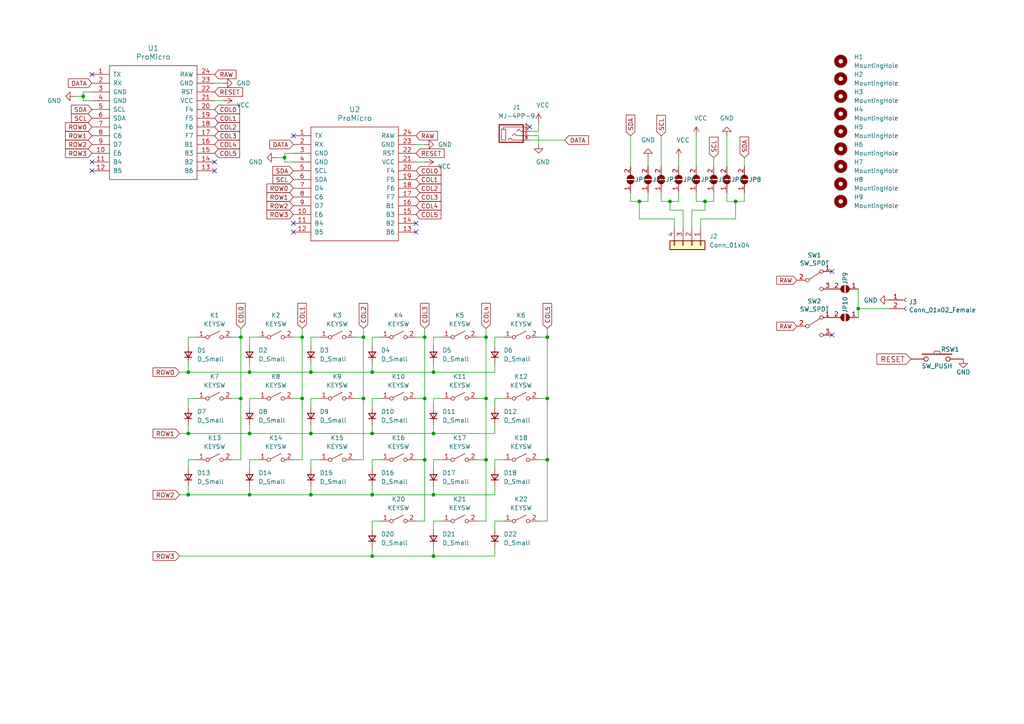
<source format=kicad_sch>
(kicad_sch (version 20250114) (generator "eeschema") (generator_version "9.0")
  (paper "A4")
  (title_block (title "Cornechon") (date "2025-12-06") (rev "0.1"))
  (lib_symbols
    (symbol "Connector:Conn_01x02_Female" (pin_names (offset 1.016) (hide yes))
      (property "Reference" "J" (at 0 2.54 0))
      (property "Value" "Conn_01x02_Female" (at 0 -5.08 0))
      (symbol "Conn_01x02_Female_1_1"
        (polyline (pts (xy -1.27 0) (xy -0.508 0)) (stroke (width 0.1524)))
        (polyline (pts (xy -1.27 -2.54) (xy -0.508 -2.54)) (stroke (width 0.1524)))
        (arc (start 0 -0.508) (mid -0.5058 0) (end 0 0.508) (stroke (width 0.1524)))
        (arc (start 0 -3.048) (mid -0.5058 -2.54) (end 0 -2.032) (stroke (width 0.1524)))
        (pin passive line (at -5.08 0 0) (length 3.81) (name "Pin_1") (number "1"))
        (pin passive line (at -5.08 -2.54 0) (length 3.81) (name "Pin_2") (number "2"))
      )
    )
    (symbol "Connector_Generic:Conn_01x04" (pin_names (offset 1.016) (hide yes))
      (property "Reference" "J" (at 0 5.08 0))
      (property "Value" "Conn_01x04" (at 0 -7.62 0))
      (symbol "Conn_01x04_1_1"
        (rectangle (start -1.27 3.81) (end 1.27 -6.35) (stroke (width 0.254)) (fill (type background)))
        (rectangle (start -1.27 2.667) (end 0 2.413) (stroke (width 0.1524)))
        (rectangle (start -1.27 0.127) (end 0 -0.127) (stroke (width 0.1524)))
        (rectangle (start -1.27 -2.413) (end 0 -2.667) (stroke (width 0.1524)))
        (rectangle (start -1.27 -4.953) (end 0 -5.207) (stroke (width 0.1524)))
        (pin passive line (at -5.08 2.54 0) (length 3.81) (name "Pin_1") (number "1"))
        (pin passive line (at -5.08 0 0) (length 3.81) (name "Pin_2") (number "2"))
        (pin passive line (at -5.08 -2.54 0) (length 3.81) (name "Pin_3") (number "3"))
        (pin passive line (at -5.08 -5.08 0) (length 3.81) (name "Pin_4") (number "4"))
      )
    )
    (symbol "Device:D_Small" (pin_numbers (hide yes)) (pin_names (offset 0.254) (hide yes))
      (property "Reference" "D" (at -1.27 2.032 0))
      (property "Value" "D_Small" (at -3.81 -2.032 0))
      (symbol "D_Small_0_1"
        (polyline (pts (xy -0.762 0) (xy 0.762 0)))
        (polyline (pts (xy -0.762 -1.016) (xy -0.762 1.016)) (stroke (width 0.254)))
        (polyline (pts (xy 0.762 -1.016) (xy -0.762 0) (xy 0.762 1.016) (xy 0.762 -1.016)) (stroke (width 0.254)))
      )
      (symbol "D_Small_1_1"
        (pin passive line (at -2.54 0 0) (length 1.778) (name "K") (number "1"))
        (pin passive line (at 2.54 0 180) (length 1.778) (name "A") (number "2"))
      )
    )
    (symbol "Jumper:SolderJumper_2_Open" (pin_names (offset 0) (hide yes))
      (property "Reference" "JP" (at 0 2.032 0))
      (property "Value" "SolderJumper_2_Open" (at 0 -2.54 0))
      (symbol "SolderJumper_2_Open_0_1"
        (polyline (pts (xy -0.254 1.016) (xy -0.254 -1.016)))
        (arc (start -0.254 -1.016) (mid -1.2655 0) (end -0.254 1.016))
        (arc (start -0.254 -1.016) (mid -1.2655 0) (end -0.254 1.016) (fill (type outline)))
        (arc (start 0.254 1.016) (mid 1.2655 0) (end 0.254 -1.016))
        (arc (start 0.254 1.016) (mid 1.2655 0) (end 0.254 -1.016) (fill (type outline)))
        (polyline (pts (xy 0.254 1.016) (xy 0.254 -1.016)))
      )
      (symbol "SolderJumper_2_Open_1_1"
        (pin passive line (at -3.81 0 0) (length 2.54) (name "A") (number "1"))
        (pin passive line (at 3.81 0 180) (length 2.54) (name "B") (number "2"))
      )
    )
    (symbol "Keyboard_Components:KEYSW" (pin_names (offset 0) (hide yes))
      (property "Reference" "K" (at 0 2.54 0))
      (property "Value" "KEYSW" (at 0 -2.54 0))
      (symbol "KEYSW_0_0"
        (circle (center -2.032 0) (radius 0.508))
        (polyline (pts (xy -1.524 0.254) (xy 1.524 1.778)))
        (circle (center 2.032 0) (radius 0.508))
      )
      (symbol "KEYSW_1_1"
        (pin passive line (at -5.08 0 0) (length 2.54) (name "A") (number "1"))
        (pin passive line (at 5.08 0 180) (length 2.54) (name "B") (number "2"))
      )
    )
    (symbol "Keyboard_Components:MJ-4PP-9" (pin_names (offset 1.016))
      (property "Reference" "J" (at 0 3.81 0))
      (property "Value" "MJ-4PP-9" (at 0 -3.81 0))
      (symbol "MJ-4PP-9_0_1"
        (polyline (pts (xy -2.54 1.27) (xy -2.54 1.905) (xy 3.175 1.905)))
        (rectangle (start -1.905 -1.905) (end -3.175 1.27))
        (polyline (pts (xy -1.27 -1.905) (xy -0.635 -1.27) (xy 0 -1.905) (xy 3.175 -1.905)))
        (polyline (pts (xy 0 -0.635) (xy 0.635 0) (xy 1.27 -0.635) (xy 3.175 -0.635)))
        (polyline (pts (xy 1.27 0.635) (xy 1.905 1.27) (xy 2.54 0.635) (xy 3.175 0.635)))
        (rectangle (start 3.175 2.54) (end -3.81 -2.54) (stroke (width 0.3048)))
      )
      (symbol "MJ-4PP-9_1_1"
        (pin input line (at 5.08 1.905 180) (length 2.0066) (name "~") (number "A"))
        (pin input line (at 5.08 0.635 180) (length 2.0066) (name "~") (number "D"))
        (pin input line (at 5.08 -0.635 180) (length 2.0066) (name "~") (number "C"))
        (pin input line (at 5.08 -1.905 180) (length 2.0066) (name "~") (number "B"))
      )
    )
    (symbol "Mechanical:MountingHole" (pin_names (offset 1.016))
      (property "Reference" "H" (at 0 5.08 0))
      (property "Value" "MountingHole" (at 0 3.175 0))
      (symbol "MountingHole_0_1"
        (circle (center 0 0) (radius 1.27) (stroke (width 1.27)))
      )
    )
    (symbol "Switch:SW_SPDT" (pin_names (offset 0) (hide yes))
      (property "Reference" "SW" (at 0 4.318 0))
      (property "Value" "SW_SPDT" (at 0 -5.08 0))
      (symbol "SW_SPDT_0_0"
        (circle (center -2.032 0) (radius 0.508))
        (circle (center 2.032 -2.54) (radius 0.508))
      )
      (symbol "SW_SPDT_0_1"
        (polyline (pts (xy -1.524 0.254) (xy 1.651 2.286)))
        (circle (center 2.032 2.54) (radius 0.508))
      )
      (symbol "SW_SPDT_1_1"
        (pin passive line (at -5.08 0 0) (length 2.54) (name "B") (number "2"))
        (pin passive line (at 5.08 2.54 180) (length 2.54) (name "A") (number "1"))
        (pin passive line (at 5.08 -2.54 180) (length 2.54) (name "C") (number "3"))
      )
    )
    (symbol "corne-cherry-rescue:SW_PUSH-kbd-corne-cherry-rescue" (pin_numbers (hide yes)) (pin_names (offset 1.016) (hide yes))
      (property "Reference" "SW" (at 3.81 2.794 0))
      (property "Value" "corne-cherry-rescue_SW_PUSH-kbd-corne-cherry-rescue" (at 0 -2.032 0))
      (symbol "SW_PUSH-kbd-corne-cherry-rescue_0_1"
        (rectangle (start -4.318 1.27) (end 4.318 1.524))
        (polyline (pts (xy -1.016 1.524) (xy -0.762 2.286) (xy 0.762 2.286) (xy 1.016 1.524)))
        (pin passive inverted (at -7.62 0 0) (length 5.08) (name "1") (number "1"))
        (pin passive inverted (at 7.62 0 180) (length 5.08) (name "2") (number "2"))
      )
    )
    (symbol "power:GND" (power) (pin_names (offset 0))
      (property "Value" "GND" (at 0 -3.81 0))
      (symbol "GND_0_1"
        (polyline (pts (xy 0 0) (xy 0 -1.27) (xy 1.27 -1.27) (xy 0 -2.54) (xy -1.27 -1.27) (xy 0 -1.27)))
      )
      (symbol "GND_1_1"
        (pin power_in line (at 0 0 270) (length 0) (hide yes) (name "GND") (number "1"))
      )
    )
    (symbol "power:VCC" (power) (pin_names (offset 0))
      (property "Value" "VCC" (at 0 3.81 0))
      (symbol "VCC_0_1"
        (polyline (pts (xy -0.762 1.27) (xy 0 2.54)))
        (polyline (pts (xy 0 2.54) (xy 0.762 1.27)))
        (polyline (pts (xy 0 0) (xy 0 2.54)))
      )
      (symbol "VCC_1_1"
        (pin power_in line (at 0 0 90) (length 0) (hide yes) (name "VCC") (number "1"))
      )
    )
    (symbol "promicro:ProMicro" (pin_names (offset 1.016))
      (property "Reference" "U" (at 0 24.13 0))
      (property "Value" "ProMicro" (at 0 -13.97 0))
      (symbol "ProMicro_0_1"
        (rectangle (start -12.7 21.59) (end 12.7 -11.43))
      )
      (symbol "ProMicro_1_1"
        (pin bidirectional line (at -17.78 19.05 0) (length 5.08) (name "TX") (number "1"))
        (pin bidirectional line (at -17.78 16.51 0) (length 5.08) (name "RX") (number "2"))
        (pin power_in line (at -17.78 13.97 0) (length 5.08) (name "GND") (number "3"))
        (pin power_in line (at -17.78 11.43 0) (length 5.08) (name "GND") (number "4"))
        (pin bidirectional line (at -17.78 8.89 0) (length 5.08) (name "SCL") (number "5"))
        (pin bidirectional line (at -17.78 6.35 0) (length 5.08) (name "SDA") (number "6"))
        (pin bidirectional line (at -17.78 3.81 0) (length 5.08) (name "D4") (number "7"))
        (pin bidirectional line (at -17.78 1.27 0) (length 5.08) (name "C6") (number "8"))
        (pin bidirectional line (at -17.78 -1.27 0) (length 5.08) (name "D7") (number "9"))
        (pin bidirectional line (at -17.78 -3.81 0) (length 5.08) (name "E6") (number "10"))
        (pin bidirectional line (at -17.78 -6.35 0) (length 5.08) (name "B4") (number "11"))
        (pin bidirectional line (at -17.78 -8.89 0) (length 5.08) (name "B5") (number "12"))
        (pin power_out line (at 17.78 19.05 180) (length 5.08) (name "RAW") (number "24"))
        (pin power_in line (at 17.78 16.51 180) (length 5.08) (name "GND") (number "23"))
        (pin input line (at 17.78 13.97 180) (length 5.08) (name "RST") (number "22"))
        (pin power_in line (at 17.78 11.43 180) (length 5.08) (name "VCC") (number "21"))
        (pin bidirectional line (at 17.78 8.89 180) (length 5.08) (name "F4") (number "20"))
        (pin bidirectional line (at 17.78 6.35 180) (length 5.08) (name "F5") (number "19"))
        (pin bidirectional line (at 17.78 3.81 180) (length 5.08) (name "F6") (number "18"))
        (pin bidirectional line (at 17.78 1.27 180) (length 5.08) (name "F7") (number "17"))
        (pin bidirectional line (at 17.78 -1.27 180) (length 5.08) (name "B1") (number "16"))
        (pin bidirectional line (at 17.78 -3.81 180) (length 5.08) (name "B3") (number "15"))
        (pin bidirectional line (at 17.78 -6.35 180) (length 5.08) (name "B2") (number "14"))
        (pin bidirectional line (at 17.78 -8.89 180) (length 5.08) (name "B6") (number "13"))
      )
    )
  )
  (junction (at 82.55 45.72) (diameter 0.9144))
  (junction (at 72.39 107.95) (diameter 0.9144))
  (junction (at 24.13 27.94) (diameter 0.9144))
  (junction (at 69.85 115.57) (diameter 0.9144))
  (junction (at 158.75 97.79) (diameter 0.9144))
  (junction (at 54.61 107.95) (diameter 0.9144))
  (junction (at 69.85 97.79) (diameter 0.9144))
  (junction (at 123.19 133.35) (diameter 0.9144))
  (junction (at 125.73 143.51) (diameter 0.9144))
  (junction (at 87.63 115.57) (diameter 0.9144))
  (junction (at 105.41 115.57) (diameter 0.9144))
  (junction (at 204.47 58.42) (diameter 0.9144))
  (junction (at 125.73 161.29) (diameter 0.9144))
  (junction (at 72.39 125.73) (diameter 0.9144))
  (junction (at 125.73 107.95) (diameter 0.9144))
  (junction (at 90.17 125.73) (diameter 0.9144))
  (junction (at 194.31 58.42) (diameter 0.9144))
  (junction (at 107.95 143.51) (diameter 0.9144))
  (junction (at 107.95 125.73) (diameter 0.9144))
  (junction (at 123.19 115.57) (diameter 0.9144))
  (junction (at 107.95 161.29) (diameter 0.9144))
  (junction (at 158.75 115.57) (diameter 0.9144))
  (junction (at 248.92 89.535))
  (junction (at 123.19 97.79) (diameter 0.9144))
  (junction (at 140.97 133.35) (diameter 0.9144))
  (junction (at 90.17 107.95) (diameter 0.9144))
  (junction (at 140.97 115.57) (diameter 0.9144))
  (junction (at 105.41 97.79) (diameter 0.9144))
  (junction (at 87.63 97.79) (diameter 0.9144))
  (junction (at 90.17 143.51) (diameter 0.9144))
  (junction (at 213.36 58.42) (diameter 0.9144))
  (junction (at 140.97 97.79) (diameter 0.9144))
  (junction (at 185.42 58.42) (diameter 0.9144))
  (junction (at 125.73 125.73) (diameter 0.9144))
  (junction (at 54.61 143.51) (diameter 0.9144))
  (junction (at 54.61 125.73) (diameter 0.9144))
  (junction (at 158.75 133.35) (diameter 0.9144))
  (junction (at 72.39 143.51) (diameter 0.9144))
  (junction (at 107.95 107.95) (diameter 0.9144))
  (no_connect (at 85.09 39.37))
  (no_connect (at 85.09 64.77))
  (no_connect (at 85.09 67.31))
  (no_connect (at 120.65 64.77))
  (no_connect (at 120.65 67.31))
  (no_connect (at 241.3 78.74))
  (no_connect (at 153.67 36.83))
  (no_connect (at 241.3 97.155))
  (no_connect (at 26.67 46.99))
  (no_connect (at 26.67 49.53))
  (no_connect (at 62.23 46.99))
  (no_connect (at 62.23 49.53))
  (no_connect (at 26.67 21.59))
  (wire (pts (xy 143.51 133.35) (xy 143.51 135.89)))
  (wire (pts (xy 72.39 143.51) (xy 90.17 143.51)))
  (wire (pts (xy 158.75 115.57) (xy 158.75 133.35)))
  (wire (pts (xy 187.96 55.88) (xy 187.96 58.42)))
  (wire (pts (xy 125.73 133.35) (xy 125.73 135.89)))
  (wire (pts (xy 143.51 123.19) (xy 143.51 125.73)))
  (wire (pts (xy 74.93 97.79) (xy 72.39 97.79)))
  (wire (pts (xy 24.13 27.94) (xy 24.13 29.21)))
  (wire (pts (xy 26.67 26.67) (xy 24.13 26.67)))
  (wire (pts (xy 54.61 107.95) (xy 72.39 107.95)))
  (wire (pts (xy 102.87 115.57) (xy 105.41 115.57)))
  (wire (pts (xy 196.85 55.88) (xy 196.85 58.42)))
  (wire (pts (xy 82.55 45.72) (xy 82.55 46.99)))
  (wire (pts (xy 128.27 133.35) (xy 125.73 133.35)))
  (wire (pts (xy 210.82 39.37) (xy 210.82 48.26)))
  (wire (pts (xy 143.51 105.41) (xy 143.51 107.95)))
  (wire (pts (xy 72.39 105.41) (xy 72.39 107.95)))
  (wire (pts (xy 143.51 143.51) (xy 143.51 140.97)))
  (wire (pts (xy 87.63 97.79) (xy 87.63 115.57)))
  (wire (pts (xy 110.49 151.13) (xy 107.95 151.13)))
  (wire (pts (xy 158.75 133.35) (xy 158.75 151.13)))
  (wire (pts (xy 54.61 143.51) (xy 72.39 143.51)))
  (wire (pts (xy 125.73 123.19) (xy 125.73 125.73)))
  (wire (pts (xy 54.61 123.19) (xy 54.61 125.73)))
  (wire (pts (xy 54.61 125.73) (xy 72.39 125.73)))
  (wire (pts (xy 185.42 58.42) (xy 187.96 58.42)))
  (wire (pts (xy 201.93 58.42) (xy 204.47 58.42)))
  (wire (pts (xy 125.73 140.97) (xy 125.73 143.51)))
  (wire (pts (xy 125.73 105.41) (xy 125.73 107.95)))
  (wire (pts (xy 87.63 95.25) (xy 87.63 97.79)))
  (wire (pts (xy 52.07 107.95) (xy 54.61 107.95)))
  (wire (pts (xy 123.19 95.25) (xy 123.19 97.79)))
  (wire (pts (xy 143.51 115.57) (xy 143.51 118.11)))
  (wire (pts (xy 102.87 133.35) (xy 105.41 133.35)))
  (wire (pts (xy 158.75 97.79) (xy 158.75 115.57)))
  (wire (pts (xy 140.97 97.79) (xy 140.97 115.57)))
  (wire (pts (xy 24.13 29.21) (xy 26.67 29.21)))
  (wire (pts (xy 120.65 115.57) (xy 123.19 115.57)))
  (wire (pts (xy 90.17 105.41) (xy 90.17 107.95)))
  (wire (pts (xy 182.88 55.88) (xy 182.88 58.42)))
  (wire (pts (xy 128.27 115.57) (xy 125.73 115.57)))
  (wire (pts (xy 153.67 40.64) (xy 163.83 40.64)))
  (wire (pts (xy 138.43 97.79) (xy 140.97 97.79)))
  (wire (pts (xy 107.95 105.41) (xy 107.95 107.95)))
  (wire (pts (xy 158.75 95.25) (xy 158.75 97.79)))
  (wire (pts (xy 191.77 55.88) (xy 191.77 58.42)))
  (wire (pts (xy 107.95 123.19) (xy 107.95 125.73)))
  (wire (pts (xy 153.67 38.1) (xy 156.21 38.1)))
  (wire (pts (xy 194.31 58.42) (xy 194.31 60.96)))
  (wire (pts (xy 123.19 133.35) (xy 123.19 151.13)))
  (wire (pts (xy 110.49 133.35) (xy 107.95 133.35)))
  (wire (pts (xy 140.97 133.35) (xy 140.97 151.13)))
  (wire (pts (xy 72.39 115.57) (xy 72.39 118.11)))
  (wire (pts (xy 156.21 151.13) (xy 158.75 151.13)))
  (wire (pts (xy 85.09 133.35) (xy 87.63 133.35)))
  (wire (pts (xy 120.65 133.35) (xy 123.19 133.35)))
  (wire (pts (xy 107.95 158.75) (xy 107.95 161.29)))
  (wire (pts (xy 72.39 123.19) (xy 72.39 125.73)))
  (wire (pts (xy 54.61 115.57) (xy 54.61 118.11)))
  (wire (pts (xy 191.77 58.42) (xy 194.31 58.42)))
  (wire (pts (xy 92.71 133.35) (xy 90.17 133.35)))
  (wire (pts (xy 107.95 161.29) (xy 125.73 161.29)))
  (wire (pts (xy 182.88 39.37) (xy 182.88 48.26)))
  (wire (pts (xy 194.31 60.96) (xy 198.12 60.96)))
  (wire (pts (xy 62.23 29.21) (xy 64.77 29.21)))
  (wire (pts (xy 54.61 105.41) (xy 54.61 107.95)))
  (wire (pts (xy 82.55 44.45) (xy 82.55 45.72)))
  (wire (pts (xy 143.51 158.75) (xy 143.51 161.29)))
  (wire (pts (xy 102.87 97.79) (xy 105.41 97.79)))
  (wire (pts (xy 257.81 89.535) (xy 248.92 89.535)))
  (wire (pts (xy 210.82 55.88) (xy 210.82 58.42)))
  (wire (pts (xy 120.65 151.13) (xy 123.19 151.13)))
  (wire (pts (xy 54.61 140.97) (xy 54.61 143.51)))
  (wire (pts (xy 185.42 63.5) (xy 195.58 63.5)))
  (wire (pts (xy 213.36 58.42) (xy 215.9 58.42)))
  (wire (pts (xy 120.65 97.79) (xy 123.19 97.79)))
  (wire (pts (xy 203.2 63.5) (xy 213.36 63.5)))
  (wire (pts (xy 69.85 97.79) (xy 69.85 115.57)))
  (wire (pts (xy 107.95 125.73) (xy 125.73 125.73)))
  (wire (pts (xy 146.05 115.57) (xy 143.51 115.57)))
  (wire (pts (xy 107.95 107.95) (xy 125.73 107.95)))
  (wire (pts (xy 67.31 133.35) (xy 69.85 133.35)))
  (wire (pts (xy 52.07 125.73) (xy 54.61 125.73)))
  (wire (pts (xy 156.21 39.37) (xy 156.21 41.91)))
  (wire (pts (xy 107.95 115.57) (xy 107.95 118.11)))
  (wire (pts (xy 203.2 66.04) (xy 203.2 63.5)))
  (wire (pts (xy 153.67 39.37) (xy 156.21 39.37)))
  (wire (pts (xy 182.88 58.42) (xy 185.42 58.42)))
  (wire (pts (xy 110.49 115.57) (xy 107.95 115.57)))
  (wire (pts (xy 138.43 133.35) (xy 140.97 133.35)))
  (wire (pts (xy 213.36 63.5) (xy 213.36 58.42)))
  (wire (pts (xy 67.31 97.79) (xy 69.85 97.79)))
  (wire (pts (xy 125.73 125.73) (xy 143.51 125.73)))
  (wire (pts (xy 138.43 151.13) (xy 140.97 151.13)))
  (wire (pts (xy 105.41 95.25) (xy 105.41 97.79)))
  (wire (pts (xy 125.73 115.57) (xy 125.73 118.11)))
  (wire (pts (xy 85.09 115.57) (xy 87.63 115.57)))
  (wire (pts (xy 90.17 133.35) (xy 90.17 135.89)))
  (wire (pts (xy 156.21 97.79) (xy 158.75 97.79)))
  (wire (pts (xy 21.59 27.94) (xy 24.13 27.94)))
  (wire (pts (xy 146.05 151.13) (xy 143.51 151.13)))
  (wire (pts (xy 125.73 158.75) (xy 125.73 161.29)))
  (wire (pts (xy 248.92 89.535) (xy 248.92 92.075)))
  (wire (pts (xy 52.07 161.29) (xy 107.95 161.29)))
  (wire (pts (xy 125.73 161.29) (xy 143.51 161.29)))
  (wire (pts (xy 215.9 55.88) (xy 215.9 58.42)))
  (wire (pts (xy 120.65 46.99) (xy 123.19 46.99)))
  (wire (pts (xy 90.17 140.97) (xy 90.17 143.51)))
  (wire (pts (xy 72.39 97.79) (xy 72.39 100.33)))
  (wire (pts (xy 110.49 97.79) (xy 107.95 97.79)))
  (wire (pts (xy 57.15 133.35) (xy 54.61 133.35)))
  (wire (pts (xy 90.17 115.57) (xy 90.17 118.11)))
  (wire (pts (xy 62.23 24.13) (xy 64.77 24.13)))
  (wire (pts (xy 125.73 143.51) (xy 143.51 143.51)))
  (wire (pts (xy 90.17 107.95) (xy 107.95 107.95)))
  (wire (pts (xy 143.51 97.79) (xy 143.51 100.33)))
  (wire (pts (xy 72.39 107.95) (xy 90.17 107.95)))
  (wire (pts (xy 207.01 55.88) (xy 207.01 58.42)))
  (wire (pts (xy 156.21 133.35) (xy 158.75 133.35)))
  (wire (pts (xy 72.39 133.35) (xy 72.39 135.89)))
  (wire (pts (xy 140.97 115.57) (xy 140.97 133.35)))
  (wire (pts (xy 67.31 115.57) (xy 69.85 115.57)))
  (wire (pts (xy 85.09 44.45) (xy 82.55 44.45)))
  (wire (pts (xy 191.77 39.37) (xy 191.77 48.26)))
  (wire (pts (xy 194.31 58.42) (xy 196.85 58.42)))
  (wire (pts (xy 187.96 45.72) (xy 187.96 48.26)))
  (wire (pts (xy 85.09 97.79) (xy 87.63 97.79)))
  (wire (pts (xy 128.27 151.13) (xy 125.73 151.13)))
  (wire (pts (xy 107.95 140.97) (xy 107.95 143.51)))
  (wire (pts (xy 54.61 97.79) (xy 54.61 100.33)))
  (wire (pts (xy 156.21 115.57) (xy 158.75 115.57)))
  (wire (pts (xy 80.01 45.72) (xy 82.55 45.72)))
  (wire (pts (xy 204.47 58.42) (xy 207.01 58.42)))
  (wire (pts (xy 200.66 66.04) (xy 200.66 60.96)))
  (wire (pts (xy 123.19 97.79) (xy 123.19 115.57)))
  (wire (pts (xy 92.71 115.57) (xy 90.17 115.57)))
  (wire (pts (xy 52.07 143.51) (xy 54.61 143.51)))
  (wire (pts (xy 146.05 133.35) (xy 143.51 133.35)))
  (wire (pts (xy 207.01 45.72) (xy 207.01 48.26)))
  (wire (pts (xy 120.65 41.91) (xy 123.19 41.91)))
  (wire (pts (xy 140.97 95.25) (xy 140.97 97.79)))
  (wire (pts (xy 90.17 125.73) (xy 107.95 125.73)))
  (wire (pts (xy 210.82 58.42) (xy 213.36 58.42)))
  (wire (pts (xy 125.73 151.13) (xy 125.73 153.67)))
  (wire (pts (xy 123.19 115.57) (xy 123.19 133.35)))
  (wire (pts (xy 72.39 125.73) (xy 90.17 125.73)))
  (wire (pts (xy 195.58 66.04) (xy 195.58 63.5)))
  (wire (pts (xy 57.15 115.57) (xy 54.61 115.57)))
  (wire (pts (xy 200.66 60.96) (xy 204.47 60.96)))
  (wire (pts (xy 156.21 35.56) (xy 156.21 38.1)))
  (wire (pts (xy 72.39 140.97) (xy 72.39 143.51)))
  (wire (pts (xy 107.95 151.13) (xy 107.95 153.67)))
  (wire (pts (xy 82.55 46.99) (xy 85.09 46.99)))
  (wire (pts (xy 57.15 97.79) (xy 54.61 97.79)))
  (wire (pts (xy 185.42 58.42) (xy 185.42 63.5)))
  (wire (pts (xy 198.12 66.04) (xy 198.12 60.96)))
  (wire (pts (xy 138.43 115.57) (xy 140.97 115.57)))
  (wire (pts (xy 69.85 95.25) (xy 69.85 97.79)))
  (wire (pts (xy 24.13 26.67) (xy 24.13 27.94)))
  (wire (pts (xy 196.85 45.72) (xy 196.85 48.26)))
  (wire (pts (xy 201.93 39.37) (xy 201.93 48.26)))
  (wire (pts (xy 74.93 115.57) (xy 72.39 115.57)))
  (wire (pts (xy 125.73 97.79) (xy 125.73 100.33)))
  (wire (pts (xy 146.05 97.79) (xy 143.51 97.79)))
  (wire (pts (xy 107.95 97.79) (xy 107.95 100.33)))
  (wire (pts (xy 92.71 97.79) (xy 90.17 97.79)))
  (wire (pts (xy 201.93 55.88) (xy 201.93 58.42)))
  (wire (pts (xy 248.92 83.82) (xy 248.92 89.535)))
  (wire (pts (xy 90.17 97.79) (xy 90.17 100.33)))
  (wire (pts (xy 107.95 133.35) (xy 107.95 135.89)))
  (wire (pts (xy 105.41 115.57) (xy 105.41 133.35)))
  (wire (pts (xy 87.63 115.57) (xy 87.63 133.35)))
  (wire (pts (xy 215.9 45.72) (xy 215.9 48.26)))
  (wire (pts (xy 107.95 143.51) (xy 125.73 143.51)))
  (wire (pts (xy 69.85 115.57) (xy 69.85 133.35)))
  (wire (pts (xy 54.61 133.35) (xy 54.61 135.89)))
  (wire (pts (xy 204.47 60.96) (xy 204.47 58.42)))
  (wire (pts (xy 143.51 151.13) (xy 143.51 153.67)))
  (wire (pts (xy 128.27 97.79) (xy 125.73 97.79)))
  (wire (pts (xy 90.17 143.51) (xy 107.95 143.51)))
  (wire (pts (xy 105.41 97.79) (xy 105.41 115.57)))
  (wire (pts (xy 74.93 133.35) (xy 72.39 133.35)))
  (wire (pts (xy 90.17 123.19) (xy 90.17 125.73)))
  (wire (pts (xy 125.73 107.95) (xy 143.51 107.95)))
  (global_label "SCL" (shape input) (at 191.77 39.37 90) (property "Intersheetrefs" "${INTERSHEET_REFS}" (effects (hide yes))))
  (global_label "SCL" (shape input) (at 26.67 34.29 180) (property "Intersheetrefs" "${INTERSHEET_REFS}" (effects (hide yes))))
  (global_label "COL5" (shape input) (at 120.65 62.23 0) (property "Intersheetrefs" "${INTERSHEET_REFS}" (effects (hide yes))))
  (global_label "ROW2" (shape input) (at 52.07 143.51 180) (property "Intersheetrefs" "${INTERSHEET_REFS}" (effects (hide yes))))
  (global_label "ROW3" (shape input) (at 26.67 44.45 180) (property "Intersheetrefs" "${INTERSHEET_REFS}" (effects (hide yes))))
  (global_label "COL1" (shape input) (at 87.63 95.25 90) (property "Intersheetrefs" "${INTERSHEET_REFS}" (effects (hide yes))))
  (global_label "ROW1" (shape input) (at 52.07 125.73 180) (property "Intersheetrefs" "${INTERSHEET_REFS}" (effects (hide yes))))
  (global_label "SDA" (shape input) (at 182.88 39.37 90) (property "Intersheetrefs" "${INTERSHEET_REFS}" (effects (hide yes))))
  (global_label "ROW3" (shape input) (at 85.09 62.23 180) (property "Intersheetrefs" "${INTERSHEET_REFS}" (effects (hide yes))))
  (global_label "DATA" (shape input) (at 85.09 41.91 180) (property "Intersheetrefs" "${INTERSHEET_REFS}" (effects (hide yes))))
  (global_label "RESET" (shape input) (at 264.16 104.14 180) (effects (font (size 1.524 1.524))) (property "Intersheetrefs" "${INTERSHEET_REFS}" (effects (hide yes))))
  (global_label "RAW" (shape input) (at 231.14 94.615 180) (effects (font (size 1.1938 1.1938))) (property "Intersheetrefs" "${INTERSHEET_REFS}" (effects (hide yes))))
  (global_label "RESET" (shape input) (at 62.23 26.67 0) (property "Intersheetrefs" "${INTERSHEET_REFS}" (effects (hide yes))))
  (global_label "COL5" (shape input) (at 158.75 95.25 90) (property "Intersheetrefs" "${INTERSHEET_REFS}" (effects (hide yes))))
  (global_label "COL1" (shape input) (at 62.23 34.29 0) (property "Intersheetrefs" "${INTERSHEET_REFS}" (effects (hide yes))))
  (global_label "COL5" (shape input) (at 62.23 44.45 0) (property "Intersheetrefs" "${INTERSHEET_REFS}" (effects (hide yes))))
  (global_label "SDA" (shape input) (at 215.9 45.72 90) (property "Intersheetrefs" "${INTERSHEET_REFS}" (effects (hide yes))))
  (global_label "ROW3" (shape input) (at 52.07 161.29 180) (property "Intersheetrefs" "${INTERSHEET_REFS}" (effects (hide yes))))
  (global_label "ROW1" (shape input) (at 85.09 57.15 180) (property "Intersheetrefs" "${INTERSHEET_REFS}" (effects (hide yes))))
  (global_label "DATA" (shape input) (at 163.83 40.64 0) (property "Intersheetrefs" "${INTERSHEET_REFS}" (effects (hide yes))))
  (global_label "RESET" (shape input) (at 120.65 44.45 0) (property "Intersheetrefs" "${INTERSHEET_REFS}" (effects (hide yes))))
  (global_label "ROW2" (shape input) (at 85.09 59.69 180) (property "Intersheetrefs" "${INTERSHEET_REFS}" (effects (hide yes))))
  (global_label "ROW1" (shape input) (at 26.67 39.37 180) (property "Intersheetrefs" "${INTERSHEET_REFS}" (effects (hide yes))))
  (global_label "ROW0" (shape input) (at 85.09 54.61 180) (property "Intersheetrefs" "${INTERSHEET_REFS}" (effects (hide yes))))
  (global_label "COL2" (shape input) (at 105.41 95.25 90) (property "Intersheetrefs" "${INTERSHEET_REFS}" (effects (hide yes))))
  (global_label "ROW0" (shape input) (at 52.07 107.95 180) (property "Intersheetrefs" "${INTERSHEET_REFS}" (effects (hide yes))))
  (global_label "DATA" (shape input) (at 26.67 24.13 180) (property "Intersheetrefs" "${INTERSHEET_REFS}" (effects (hide yes))))
  (global_label "SDA" (shape input) (at 26.67 31.75 180) (property "Intersheetrefs" "${INTERSHEET_REFS}" (effects (hide yes))))
  (global_label "COL3" (shape input) (at 123.19 95.25 90) (property "Intersheetrefs" "${INTERSHEET_REFS}" (effects (hide yes))))
  (global_label "SCL" (shape input) (at 85.09 52.07 180) (property "Intersheetrefs" "${INTERSHEET_REFS}" (effects (hide yes))))
  (global_label "COL3" (shape input) (at 120.65 57.15 0) (property "Intersheetrefs" "${INTERSHEET_REFS}" (effects (hide yes))))
  (global_label "RAW" (shape input) (at 120.65 39.37 0) (property "Intersheetrefs" "${INTERSHEET_REFS}" (effects (hide yes))))
  (global_label "ROW2" (shape input) (at 26.67 41.91 180) (property "Intersheetrefs" "${INTERSHEET_REFS}" (effects (hide yes))))
  (global_label "SCL" (shape input) (at 207.01 45.72 90) (property "Intersheetrefs" "${INTERSHEET_REFS}" (effects (hide yes))))
  (global_label "RAW" (shape input) (at 62.23 21.59 0) (property "Intersheetrefs" "${INTERSHEET_REFS}" (effects (hide yes))))
  (global_label "RAW" (shape input) (at 231.14 81.28 180) (effects (font (size 1.1938 1.1938))) (property "Intersheetrefs" "${INTERSHEET_REFS}" (effects (hide yes))))
  (global_label "COL4" (shape input) (at 140.97 95.25 90) (property "Intersheetrefs" "${INTERSHEET_REFS}" (effects (hide yes))))
  (global_label "COL2" (shape input) (at 120.65 54.61 0) (property "Intersheetrefs" "${INTERSHEET_REFS}" (effects (hide yes))))
  (global_label "COL3" (shape input) (at 62.23 39.37 0) (property "Intersheetrefs" "${INTERSHEET_REFS}" (effects (hide yes))))
  (global_label "COL2" (shape input) (at 62.23 36.83 0) (property "Intersheetrefs" "${INTERSHEET_REFS}" (effects (hide yes))))
  (global_label "COL1" (shape input) (at 120.65 52.07 0) (property "Intersheetrefs" "${INTERSHEET_REFS}" (effects (hide yes))))
  (global_label "COL0" (shape input) (at 120.65 49.53 0) (property "Intersheetrefs" "${INTERSHEET_REFS}" (effects (hide yes))))
  (global_label "SDA" (shape input) (at 85.09 49.53 180) (property "Intersheetrefs" "${INTERSHEET_REFS}" (effects (hide yes))))
  (global_label "COL0" (shape input) (at 62.23 31.75 0) (property "Intersheetrefs" "${INTERSHEET_REFS}" (effects (hide yes))))
  (global_label "COL4" (shape input) (at 120.65 59.69 0) (property "Intersheetrefs" "${INTERSHEET_REFS}" (effects (hide yes))))
  (global_label "ROW0" (shape input) (at 26.67 36.83 180) (property "Intersheetrefs" "${INTERSHEET_REFS}" (effects (hide yes))))
  (global_label "COL0" (shape input) (at 69.85 95.25 90) (property "Intersheetrefs" "${INTERSHEET_REFS}" (effects (hide yes))))
  (global_label "COL4" (shape input) (at 62.23 41.91 0) (property "Intersheetrefs" "${INTERSHEET_REFS}" (effects (hide yes))))
  (symbol (lib_id "Switch:SW_SPDT") (at 236.22 94.615 0) (unit 1)
    (property "Reference" "SW2" (at 236.22 87.376 0))
    (property "Value" "SW_SPDT" (at 236.22 89.6874 0))
    (property "Footprint" "Buttons_Switches:SW_SPDT+H-MSK12C01_hor(7pin_SMD)" (effects (hide yes)))
  )
  (symbol (lib_id "power:VCC") (at 196.85 45.72 0) (unit 1)
    (property "Reference" "#PWR0105" (effects (hide yes)))
    (property "Value" "VCC" (at 198.12 40.64 0))
  )
  (symbol (lib_id "Jumper:SolderJumper_2_Open") (at 182.88 52.07 90) (unit 1)
    (property "Reference" "JP1" (at 184.15 52.07 90) (effects (justify right)))
    (property "Value" "SolderJumper_2_Open" (effects (hide yes)))
    (property "Footprint" "kbd:SolderJumper-2_P1.3mm_Open_RoundedPad1.0x1.5mm" (effects (hide yes)))
  )
  (symbol (lib_id "Keyboard_Components:KEYSW") (at 115.57 97.79 0) (unit 1)
    (property "Reference" "K4" (at 115.57 91.44 0))
    (property "Value" "KEYSW" (at 115.57 93.98 0))
    (property "Footprint" "kbd:MX-Alps-HS-1U-REV" (effects (hide yes)))
  )
  (symbol (lib_id "Device:D_Small") (at 72.39 120.65 90) (unit 1)
    (property "Reference" "D8" (at 74.93 119.38 90) (effects (justify right)))
    (property "Value" "D_Small" (at 74.93 121.92 90) (effects (justify right)))
    (property "Footprint" "kbd:D3_SMD" (effects (hide yes)))
  )
  (symbol (lib_id "power:VCC") (at 64.77 29.21 270) (unit 1)
    (property "Reference" "#PWR0107" (effects (hide yes)))
    (property "Value" "VCC" (at 68.58 30.48 90) (effects (justify left)))
  )
  (symbol (lib_id "promicro:ProMicro") (at 44.45 40.64 0) (unit 1)
    (property "Reference" "U1" (at 44.45 13.97 0) (effects (font (size 1.524 1.524))))
    (property "Value" "ProMicro" (at 44.45 16.51 0) (effects (font (size 1.524 1.524))))
    (property "Footprint" "kbd:ProMicro_Flipped_v2_A" (effects (hide yes)))
  )
  (symbol (lib_id "Keyboard_Components:KEYSW") (at 80.01 115.57 0) (unit 1)
    (property "Reference" "K8" (at 80.01 109.22 0))
    (property "Value" "KEYSW" (at 80.01 111.76 0))
    (property "Footprint" "kbd:MX-Alps-HS-1U-REV" (effects (hide yes)))
  )
  (symbol (lib_id "Mechanical:MountingHole") (at 243.84 43.18 0) (unit 1)
    (property "Reference" "H6" (at 247.65 41.91 0) (effects (justify left)))
    (property "Value" "MountingHole" (at 247.65 44.45 0) (effects (justify left)))
    (property "Footprint" "kbd:M2-MountingHole-Standoff" (effects (hide yes)))
  )
  (symbol (lib_id "Device:D_Small") (at 125.73 120.65 90) (unit 1)
    (property "Reference" "D11" (at 128.27 119.38 90) (effects (justify right)))
    (property "Value" "D_Small" (at 128.27 121.92 90) (effects (justify right)))
    (property "Footprint" "kbd:D3_SMD" (effects (hide yes)))
  )
  (symbol (lib_id "power:GND") (at 187.96 45.72 180) (unit 1)
    (property "Reference" "#PWR0108" (effects (hide yes)))
    (property "Value" "GND" (at 187.96 40.64 0))
  )
  (symbol (lib_id "Connector_Generic:Conn_01x04") (at 200.66 71.12 270) (unit 1)
    (property "Reference" "J2" (at 205.74 68.58 90) (effects (justify left)))
    (property "Value" "Conn_01x04" (at 205.74 71.12 90) (effects (justify left)))
    (property "Footprint" "kbd:OLED_v2" (effects (hide yes)))
  )
  (symbol (lib_id "power:GND") (at 21.59 27.94 270) (unit 1)
    (property "Reference" "#PWR0102" (effects (hide yes)))
    (property "Value" "GND" (at 17.78 29.21 90) (effects (justify right)))
  )
  (symbol (lib_id "Keyboard_Components:KEYSW") (at 151.13 115.57 0) (unit 1)
    (property "Reference" "K12" (at 151.13 109.22 0))
    (property "Value" "KEYSW" (at 151.13 111.76 0))
    (property "Footprint" "kbd:MX-Alps-HS-1U-REV" (effects (hide yes)))
  )
  (symbol (lib_id "power:GND") (at 257.81 86.995 270) (unit 1)
    (property "Reference" "#PWR01" (effects (hide yes)))
    (property "Value" "GND" (at 254.5588 87.122 90) (effects (justify right)))
  )
  (symbol (lib_id "Mechanical:MountingHole") (at 243.84 27.94 0) (unit 1)
    (property "Reference" "H3" (at 247.65 26.67 0) (effects (justify left)))
    (property "Value" "MountingHole" (at 247.65 29.21 0) (effects (justify left)))
    (property "Footprint" "kbd:M2-MountingHole-Standoff" (effects (hide yes)))
  )
  (symbol (lib_id "Jumper:SolderJumper_2_Open") (at 210.82 52.07 90) (unit 1)
    (property "Reference" "JP4" (at 212.09 52.07 90) (effects (justify right)))
    (property "Value" "SolderJumper_2_Open" (effects (hide yes)))
    (property "Footprint" "kbd:SolderJumper-2_P1.3mm_Open_RoundedPad1.0x1.5mm" (effects (hide yes)))
  )
  (symbol (lib_id "Mechanical:MountingHole") (at 243.84 17.78 0) (unit 1)
    (property "Reference" "H1" (at 247.65 16.51 0) (effects (justify left)))
    (property "Value" "MountingHole" (at 247.65 19.05 0) (effects (justify left)))
    (property "Footprint" "kbd:M2-MountingHole-Standoff" (effects (hide yes)))
  )
  (symbol (lib_id "Device:D_Small") (at 72.39 102.87 90) (unit 1)
    (property "Reference" "D2" (at 74.93 101.6 90) (effects (justify right)))
    (property "Value" "D_Small" (at 74.93 104.14 90) (effects (justify right)))
    (property "Footprint" "kbd:D3_SMD" (effects (hide yes)))
  )
  (symbol (lib_id "Jumper:SolderJumper_2_Open") (at 245.11 83.82 180) (unit 1)
    (property "Reference" "JP9" (at 245.11 82.55 90) (effects (justify right)))
    (property "Value" "SolderJumper_2_Open" (effects (hide yes)))
    (property "Footprint" "kbd:SolderJumper-2_P1.3mm_Open_RoundedPad1.0x1.5mm" (effects (hide yes)))
  )
  (symbol (lib_id "Jumper:SolderJumper_2_Open") (at 201.93 52.07 90) (unit 1)
    (property "Reference" "JP3" (at 203.2 52.07 90) (effects (justify right)))
    (property "Value" "SolderJumper_2_Open" (effects (hide yes)))
    (property "Footprint" "kbd:SolderJumper-2_P1.3mm_Open_RoundedPad1.0x1.5mm" (effects (hide yes)))
  )
  (symbol (lib_id "power:VCC") (at 123.19 46.99 270) (unit 1)
    (property "Reference" "#PWR0116" (effects (hide yes)))
    (property "Value" "VCC" (at 127 48.26 90) (effects (justify left)))
  )
  (symbol (lib_id "Device:D_Small") (at 90.17 138.43 90) (unit 1)
    (property "Reference" "D15" (at 92.71 137.16 90) (effects (justify right)))
    (property "Value" "D_Small" (at 92.71 139.7 90) (effects (justify right)))
    (property "Footprint" "kbd:D3_SMD" (effects (hide yes)))
  )
  (symbol (lib_id "promicro:ProMicro") (at 102.87 58.42 0) (unit 1)
    (property "Reference" "U2" (at 102.87 31.75 0) (effects (font (size 1.524 1.524))))
    (property "Value" "ProMicro" (at 102.87 34.29 0) (effects (font (size 1.524 1.524))))
    (property "Footprint" "kbd:ProMicro_Flipped_v2_B" (effects (hide yes)))
  )
  (symbol (lib_id "Device:D_Small") (at 143.51 120.65 90) (unit 1)
    (property "Reference" "D12" (at 146.05 119.38 90) (effects (justify right)))
    (property "Value" "D_Small" (at 146.05 121.92 90) (effects (justify right)))
    (property "Footprint" "kbd:D3_SMD" (effects (hide yes)))
  )
  (symbol (lib_id "Jumper:SolderJumper_2_Open") (at 187.96 52.07 90) (unit 1)
    (property "Reference" "JP5" (at 189.23 52.07 90) (effects (justify right)))
    (property "Value" "SolderJumper_2_Open" (effects (hide yes)))
    (property "Footprint" "kbd:SolderJumper-2_P1.3mm_Open_RoundedPad1.0x1.5mm" (effects (hide yes)))
  )
  (symbol (lib_id "Jumper:SolderJumper_2_Open") (at 191.77 52.07 90) (unit 1)
    (property "Reference" "JP2" (at 193.04 52.07 90) (effects (justify right)))
    (property "Value" "SolderJumper_2_Open" (effects (hide yes)))
    (property "Footprint" "kbd:SolderJumper-2_P1.3mm_Open_RoundedPad1.0x1.5mm" (effects (hide yes)))
  )
  (symbol (lib_id "Keyboard_Components:KEYSW") (at 115.57 151.13 0) (unit 1)
    (property "Reference" "K20" (at 115.57 144.78 0))
    (property "Value" "KEYSW" (at 115.57 147.32 0))
    (property "Footprint" "kbd:MX-Alps-HS-1U-REV" (effects (hide yes)))
  )
  (symbol (lib_id "Mechanical:MountingHole") (at 243.84 22.86 0) (unit 1)
    (property "Reference" "H2" (at 247.65 21.59 0) (effects (justify left)))
    (property "Value" "MountingHole" (at 247.65 24.13 0) (effects (justify left)))
    (property "Footprint" "kbd:M2-MountingHole-Standoff" (effects (hide yes)))
  )
  (symbol (lib_id "Mechanical:MountingHole") (at 243.84 48.26 0) (unit 1)
    (property "Reference" "H7" (at 247.65 46.99 0) (effects (justify left)))
    (property "Value" "MountingHole" (at 247.65 49.53 0) (effects (justify left)))
    (property "Footprint" "kbd:M2-MountingHole-Standoff" (effects (hide yes)))
  )
  (symbol (lib_id "Jumper:SolderJumper_2_Open") (at 207.01 52.07 90) (unit 1)
    (property "Reference" "JP7" (at 208.28 52.07 90) (effects (justify right)))
    (property "Value" "SolderJumper_2_Open" (effects (hide yes)))
    (property "Footprint" "kbd:SolderJumper-2_P1.3mm_Open_RoundedPad1.0x1.5mm" (effects (hide yes)))
  )
  (symbol (lib_id "Device:D_Small") (at 125.73 138.43 90) (unit 1)
    (property "Reference" "D17" (at 128.27 137.16 90) (effects (justify right)))
    (property "Value" "D_Small" (at 128.27 139.7 90) (effects (justify right)))
    (property "Footprint" "kbd:D3_SMD" (effects (hide yes)))
  )
  (symbol (lib_id "Mechanical:MountingHole") (at 243.84 53.34 0) (unit 1)
    (property "Reference" "H8" (at 247.65 52.07 0) (effects (justify left)))
    (property "Value" "MountingHole" (at 247.65 54.61 0) (effects (justify left)))
    (property "Footprint" "kbd:M2-ClearanceHole" (effects (hide yes)))
  )
  (symbol (lib_id "Mechanical:MountingHole") (at 243.84 58.42 0) (unit 1)
    (property "Reference" "H9" (at 247.65 57.15 0) (effects (justify left)))
    (property "Value" "MountingHole" (at 247.65 59.69 0) (effects (justify left)))
    (property "Footprint" "kbd:M2-ClearanceHole" (effects (hide yes)))
  )
  (symbol (lib_id "Device:D_Small") (at 125.73 156.21 90) (unit 1)
    (property "Reference" "D21" (at 128.27 154.94 90) (effects (justify right)))
    (property "Value" "D_Small" (at 128.27 157.48 90) (effects (justify right)))
    (property "Footprint" "kbd:D3_SMD" (effects (hide yes)))
  )
  (symbol (lib_id "Keyboard_Components:KEYSW") (at 133.35 151.13 0) (unit 1)
    (property "Reference" "K21" (at 133.35 144.78 0))
    (property "Value" "KEYSW" (at 133.35 147.32 0))
    (property "Footprint" "kbd:MX-Alps-HS-1U-REV" (effects (hide yes)))
  )
  (symbol (lib_id "Mechanical:MountingHole") (at 243.84 38.1 0) (unit 1)
    (property "Reference" "H5" (at 247.65 36.83 0) (effects (justify left)))
    (property "Value" "MountingHole" (at 247.65 39.37 0) (effects (justify left)))
    (property "Footprint" "kbd:M2-MountingHole-Standoff" (effects (hide yes)))
  )
  (symbol (lib_id "Device:D_Small") (at 125.73 102.87 90) (unit 1)
    (property "Reference" "D5" (at 128.27 101.6 90) (effects (justify right)))
    (property "Value" "D_Small" (at 128.27 104.14 90) (effects (justify right)))
    (property "Footprint" "kbd:D3_SMD" (effects (hide yes)))
  )
  (symbol (lib_id "power:VCC") (at 201.93 39.37 0) (unit 1)
    (property "Reference" "#PWR0109" (effects (hide yes)))
    (property "Value" "VCC" (at 203.2 34.29 0))
  )
  (symbol (lib_id "Keyboard_Components:KEYSW") (at 62.23 115.57 0) (unit 1)
    (property "Reference" "K7" (at 62.23 109.22 0))
    (property "Value" "KEYSW" (at 62.23 111.76 0))
    (property "Footprint" "kbd:MX-Alps-HS-1U-REV" (effects (hide yes)))
  )
  (symbol (lib_id "Keyboard_Components:KEYSW") (at 133.35 133.35 0) (unit 1)
    (property "Reference" "K17" (at 133.35 127 0))
    (property "Value" "KEYSW" (at 133.35 129.54 0))
    (property "Footprint" "kbd:MX-Alps-HS-1U-REV" (effects (hide yes)))
  )
  (symbol (lib_id "Device:D_Small") (at 90.17 120.65 90) (unit 1)
    (property "Reference" "D9" (at 92.71 119.38 90) (effects (justify right)))
    (property "Value" "D_Small" (at 92.71 121.92 90) (effects (justify right)))
    (property "Footprint" "kbd:D3_SMD" (effects (hide yes)))
  )
  (symbol (lib_id "power:GND") (at 156.21 41.91 0) (unit 1)
    (property "Reference" "#PWR0104" (effects (hide yes)))
    (property "Value" "GND" (at 157.48 46.99 0))
  )
  (symbol (lib_id "power:GND") (at 123.19 41.91 90) (unit 1)
    (property "Reference" "#PWR0115" (effects (hide yes)))
    (property "Value" "GND" (at 127 41.91 90) (effects (justify right)))
  )
  (symbol (lib_id "Keyboard_Components:KEYSW") (at 133.35 115.57 0) (unit 1)
    (property "Reference" "K11" (at 133.35 109.22 0))
    (property "Value" "KEYSW" (at 133.35 111.76 0))
    (property "Footprint" "kbd:MX-Alps-HS-1U-REV" (effects (hide yes)))
  )
  (symbol (lib_id "Keyboard_Components:KEYSW") (at 97.79 133.35 0) (unit 1)
    (property "Reference" "K15" (at 97.79 127 0))
    (property "Value" "KEYSW" (at 97.79 129.54 0))
    (property "Footprint" "kbd:MX-Alps-HS-1U-REV" (effects (hide yes)))
  )
  (symbol (lib_id "corne-cherry-rescue:SW_PUSH-kbd-corne-cherry-rescue") (at 271.78 104.14 0) (unit 1)
    (property "Reference" "RSW1" (at 275.59 101.346 0))
    (property "Value" "SW_PUSH" (at 271.78 106.172 0))
    (property "Footprint" "kbd:ResetSW" (effects (hide yes)))
  )
  (symbol (lib_id "Device:D_Small") (at 90.17 102.87 90) (unit 1)
    (property "Reference" "D3" (at 92.71 101.6 90) (effects (justify right)))
    (property "Value" "D_Small" (at 92.71 104.14 90) (effects (justify right)))
    (property "Footprint" "kbd:D3_SMD" (effects (hide yes)))
  )
  (symbol (lib_id "Keyboard_Components:KEYSW") (at 97.79 97.79 0) (unit 1)
    (property "Reference" "K3" (at 97.79 91.44 0))
    (property "Value" "KEYSW" (at 97.79 93.98 0))
    (property "Footprint" "kbd:MX-Alps-HS-1U-REV" (effects (hide yes)))
  )
  (symbol (lib_id "Keyboard_Components:KEYSW") (at 62.23 133.35 0) (unit 1)
    (property "Reference" "K13" (at 62.23 127 0))
    (property "Value" "KEYSW" (at 62.23 129.54 0))
    (property "Footprint" "kbd:MX-Alps-HS-1U-REV" (effects (hide yes)))
  )
  (symbol (lib_id "power:GND") (at 279.4 104.14 0) (unit 1)
    (property "Reference" "#PWR02" (effects (hide yes)))
    (property "Value" "GND" (at 279.4 107.95 0))
  )
  (symbol (lib_id "Jumper:SolderJumper_2_Open") (at 215.9 52.07 90) (unit 1)
    (property "Reference" "JP8" (at 217.17 52.07 90) (effects (justify right)))
    (property "Value" "SolderJumper_2_Open" (effects (hide yes)))
    (property "Footprint" "kbd:SolderJumper-2_P1.3mm_Open_RoundedPad1.0x1.5mm" (effects (hide yes)))
  )
  (symbol (lib_id "power:GND") (at 80.01 45.72 270) (unit 1)
    (property "Reference" "#PWR0117" (effects (hide yes)))
    (property "Value" "GND" (at 76.2 46.99 90) (effects (justify right)))
  )
  (symbol (lib_id "Connector:Conn_01x02_Female") (at 262.89 86.995 0) (unit 1)
    (property "Reference" "J3" (at 263.6012 87.6046 0) (effects (justify left)))
    (property "Value" "Conn_01x02_Female" (at 263.6012 89.916 0) (effects (justify left)))
    (property "Footprint" "kbd:Battery_TH" (effects (hide yes)))
  )
  (symbol (lib_id "Mechanical:MountingHole") (at 243.84 33.02 0) (unit 1)
    (property "Reference" "H4" (at 247.65 31.75 0) (effects (justify left)))
    (property "Value" "MountingHole" (at 247.65 34.29 0) (effects (justify left)))
    (property "Footprint" "kbd:M2-MountingHole-Standoff" (effects (hide yes)))
  )
  (symbol (lib_id "Keyboard_Components:KEYSW") (at 151.13 151.13 0) (unit 1)
    (property "Reference" "K22" (at 151.13 144.78 0))
    (property "Value" "KEYSW" (at 151.13 147.32 0))
    (property "Footprint" "kbd:MX-Alps-HS-1.5U-REV" (effects (hide yes)))
  )
  (symbol (lib_id "Device:D_Small") (at 54.61 120.65 90) (unit 1)
    (property "Reference" "D7" (at 57.15 119.38 90) (effects (justify right)))
    (property "Value" "D_Small" (at 57.15 121.92 90) (effects (justify right)))
    (property "Footprint" "kbd:D3_SMD" (effects (hide yes)))
  )
  (symbol (lib_id "Keyboard_Components:KEYSW") (at 62.23 97.79 0) (unit 1)
    (property "Reference" "K1" (at 62.23 91.44 0))
    (property "Value" "KEYSW" (at 62.23 93.98 0))
    (property "Footprint" "kbd:MX-Alps-HS-1U-REV" (effects (hide yes)))
  )
  (symbol (lib_id "Device:D_Small") (at 54.61 102.87 90) (unit 1)
    (property "Reference" "D1" (at 57.15 101.6 90) (effects (justify right)))
    (property "Value" "D_Small" (at 57.15 104.14 90) (effects (justify right)))
    (property "Footprint" "kbd:D3_SMD" (effects (hide yes)))
  )
  (symbol (lib_id "Keyboard_Components:KEYSW") (at 80.01 97.79 0) (unit 1)
    (property "Reference" "K2" (at 80.01 91.44 0))
    (property "Value" "KEYSW" (at 80.01 93.98 0))
    (property "Footprint" "kbd:MX-Alps-HS-1U-REV" (effects (hide yes)))
  )
  (symbol (lib_id "Switch:SW_SPDT") (at 236.22 81.28 0) (unit 1)
    (property "Reference" "SW1" (at 236.22 74.041 0))
    (property "Value" "SW_SPDT" (at 236.22 76.3524 0))
    (property "Footprint" "Buttons_Switches:SW_SPDT+H-MSK12C01_hor(7pin_SMD)" (effects (hide yes)))
  )
  (symbol (lib_id "Keyboard_Components:KEYSW") (at 133.35 97.79 0) (unit 1)
    (property "Reference" "K5" (at 133.35 91.44 0))
    (property "Value" "KEYSW" (at 133.35 93.98 0))
    (property "Footprint" "kbd:MX-Alps-HS-1U-REV" (effects (hide yes)))
  )
  (symbol (lib_id "Keyboard_Components:KEYSW") (at 115.57 133.35 0) (unit 1)
    (property "Reference" "K16" (at 115.57 127 0))
    (property "Value" "KEYSW" (at 115.57 129.54 0))
    (property "Footprint" "kbd:MX-Alps-HS-1U-REV" (effects (hide yes)))
  )
  (symbol (lib_id "Device:D_Small") (at 143.51 138.43 90) (unit 1)
    (property "Reference" "D18" (at 146.05 137.16 90) (effects (justify right)))
    (property "Value" "D_Small" (at 146.05 139.7 90) (effects (justify right)))
    (property "Footprint" "kbd:D3_SMD" (effects (hide yes)))
  )
  (symbol (lib_id "Keyboard_Components:KEYSW") (at 151.13 97.79 0) (unit 1)
    (property "Reference" "K6" (at 151.13 91.44 0))
    (property "Value" "KEYSW" (at 151.13 93.98 0))
    (property "Footprint" "kbd:MX-Alps-HS-1U-REV" (effects (hide yes)))
  )
  (symbol (lib_id "Device:D_Small") (at 143.51 156.21 90) (unit 1)
    (property "Reference" "D22" (at 146.05 154.94 90) (effects (justify right)))
    (property "Value" "D_Small" (at 146.05 157.48 90) (effects (justify right)))
    (property "Footprint" "kbd:D3_SMD" (effects (hide yes)))
  )
  (symbol (lib_id "Device:D_Small") (at 143.51 102.87 90) (unit 1)
    (property "Reference" "D6" (at 146.05 101.6 90) (effects (justify right)))
    (property "Value" "D_Small" (at 146.05 104.14 90) (effects (justify right)))
    (property "Footprint" "kbd:D3_SMD" (effects (hide yes)))
  )
  (symbol (lib_id "Device:D_Small") (at 107.95 102.87 90) (unit 1)
    (property "Reference" "D4" (at 110.49 101.6 90) (effects (justify right)))
    (property "Value" "D_Small" (at 110.49 104.14 90) (effects (justify right)))
    (property "Footprint" "kbd:D3_SMD" (effects (hide yes)))
  )
  (symbol (lib_id "power:GND") (at 64.77 24.13 90) (unit 1)
    (property "Reference" "#PWR0106" (effects (hide yes)))
    (property "Value" "GND" (at 68.58 24.13 90) (effects (justify right)))
  )
  (symbol (lib_id "Jumper:SolderJumper_2_Open") (at 196.85 52.07 90) (unit 1)
    (property "Reference" "JP6" (at 198.12 52.07 90) (effects (justify right)))
    (property "Value" "SolderJumper_2_Open" (effects (hide yes)))
    (property "Footprint" "kbd:SolderJumper-2_P1.3mm_Open_RoundedPad1.0x1.5mm" (effects (hide yes)))
  )
  (symbol (lib_id "Device:D_Small") (at 54.61 138.43 90) (unit 1)
    (property "Reference" "D13" (at 57.15 137.16 90) (effects (justify right)))
    (property "Value" "D_Small" (at 57.15 139.7 90) (effects (justify right)))
    (property "Footprint" "kbd:D3_SMD" (effects (hide yes)))
  )
  (symbol (lib_id "Keyboard_Components:KEYSW") (at 151.13 133.35 0) (unit 1)
    (property "Reference" "K18" (at 151.13 127 0))
    (property "Value" "KEYSW" (at 151.13 129.54 0))
    (property "Footprint" "kbd:MX-Alps-HS-1U-REV" (effects (hide yes)))
  )
  (symbol (lib_id "Device:D_Small") (at 72.39 138.43 90) (unit 1)
    (property "Reference" "D14" (at 74.93 137.16 90) (effects (justify right)))
    (property "Value" "D_Small" (at 74.93 139.7 90) (effects (justify right)))
    (property "Footprint" "kbd:D3_SMD" (effects (hide yes)))
  )
  (symbol (lib_id "Device:D_Small") (at 107.95 120.65 90) (unit 1)
    (property "Reference" "D10" (at 110.49 119.38 90) (effects (justify right)))
    (property "Value" "D_Small" (at 110.49 121.92 90) (effects (justify right)))
    (property "Footprint" "kbd:D3_SMD" (effects (hide yes)))
  )
  (symbol (lib_id "Device:D_Small") (at 107.95 138.43 90) (unit 1)
    (property "Reference" "D16" (at 110.49 137.16 90) (effects (justify right)))
    (property "Value" "D_Small" (at 110.49 139.7 90) (effects (justify right)))
    (property "Footprint" "kbd:D3_SMD" (effects (hide yes)))
  )
  (symbol (lib_id "power:GND") (at 210.82 39.37 180) (unit 1)
    (property "Reference" "#PWR0110" (effects (hide yes)))
    (property "Value" "GND" (at 210.82 34.29 0))
  )
  (symbol (lib_id "Keyboard_Components:KEYSW") (at 115.57 115.57 0) (unit 1)
    (property "Reference" "K10" (at 115.57 109.22 0))
    (property "Value" "KEYSW" (at 115.57 111.76 0))
    (property "Footprint" "kbd:MX-Alps-HS-1U-REV" (effects (hide yes)))
  )
  (symbol (lib_id "Jumper:SolderJumper_2_Open") (at 245.11 92.075 180) (unit 1)
    (property "Reference" "JP10" (at 245.11 90.805 90) (effects (justify right)))
    (property "Value" "SolderJumper_2_Open" (effects (hide yes)))
    (property "Footprint" "kbd:SolderJumper-2_P1.3mm_Open_RoundedPad1.0x1.5mm" (effects (hide yes)))
  )
  (symbol (lib_id "Device:D_Small") (at 107.95 156.21 90) (unit 1)
    (property "Reference" "D20" (at 110.49 154.94 90) (effects (justify right)))
    (property "Value" "D_Small" (at 110.49 157.48 90) (effects (justify right)))
    (property "Footprint" "kbd:D3_SMD" (effects (hide yes)))
  )
  (symbol (lib_id "Keyboard_Components:KEYSW") (at 80.01 133.35 0) (unit 1)
    (property "Reference" "K14" (at 80.01 127 0))
    (property "Value" "KEYSW" (at 80.01 129.54 0))
    (property "Footprint" "kbd:MX-Alps-HS-1U-REV" (effects (hide yes)))
  )
  (symbol (lib_id "Keyboard_Components:MJ-4PP-9") (at 148.59 38.735 0) (unit 1)
    (property "Reference" "J1" (at 149.86 31.115 0))
    (property "Value" "MJ-4PP-9" (at 149.86 33.655 0))
    (property "Footprint" "kbd:MJ-4PP-9" (effects (hide yes)))
  )
  (symbol (lib_id "Keyboard_Components:KEYSW") (at 97.79 115.57 0) (unit 1)
    (property "Reference" "K9" (at 97.79 109.22 0))
    (property "Value" "KEYSW" (at 97.79 111.76 0))
    (property "Footprint" "kbd:MX-Alps-HS-1U-REV" (effects (hide yes)))
  )
  (symbol (lib_id "power:VCC") (at 156.21 35.56 0) (unit 1)
    (property "Reference" "#PWR0101" (effects (hide yes)))
    (property "Value" "VCC" (at 157.48 30.48 0))
  )
)
</source>
